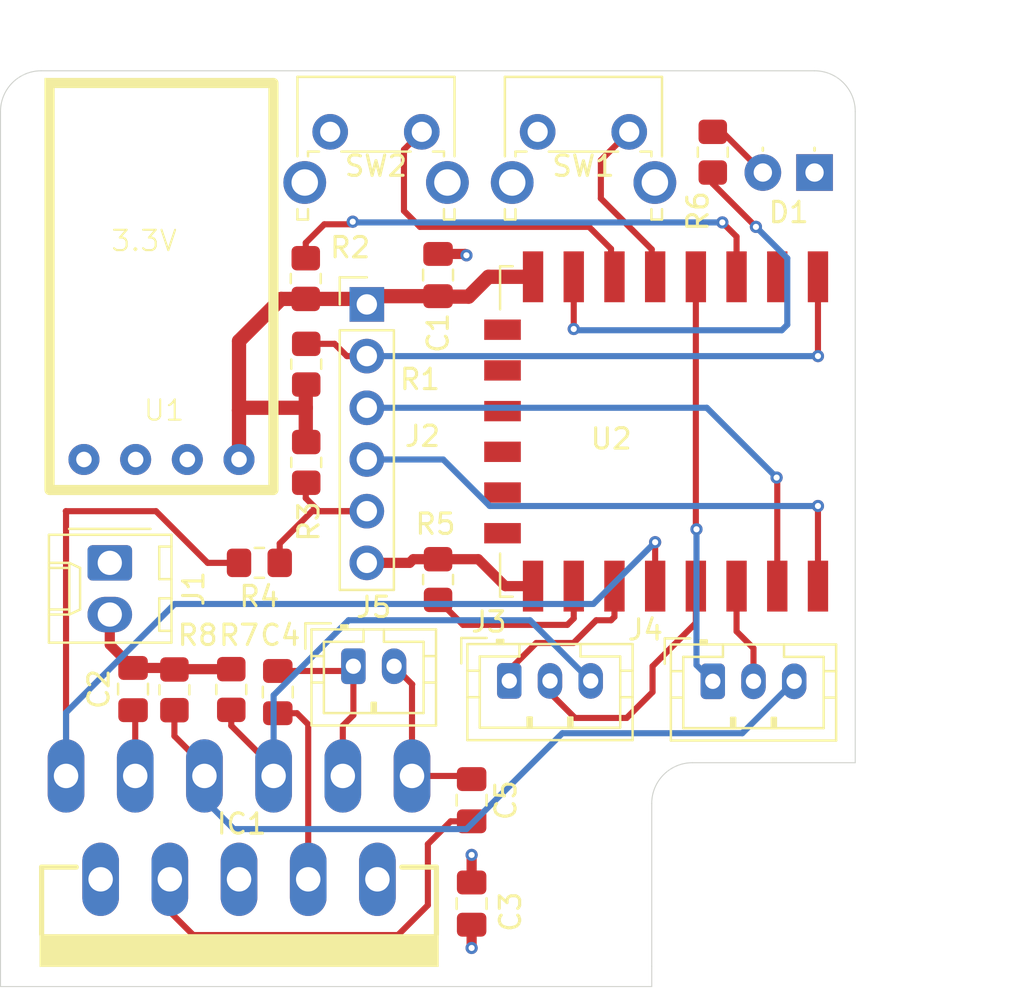
<source format=kicad_pcb>
(kicad_pcb (version 20221018) (generator pcbnew)
  (layers (0 "F.Cu" signal) (1 "In1.Cu" signal) (2 "In2.Cu" signal) (31 "B.Cu" mixed) (35 "F.Paste" user) (36 "B.SilkS" user "B.Silkscreen") (37 "F.SilkS" user "F.Silkscreen") (38 "B.Mask" user) (39 "F.Mask" user) (44 "Edge.Cuts" user))
  (net 0 "")
  (net 1 "/DTR")
  (net 2 "Net-(IC1-ENABLE)")
  (net 3 "Net-(IC1-IN1)")
  (net 4 "GND")
  (net 5 "Net-(IC1-IN2)")
  (net 6 "Net-(D1-A)")
  (net 7 "Net-(U2-EN)")
  (net 8 "/3V3")
  (net 9 "Net-(U2-GPIO15)")
  (net 10 "/RTS")
  (net 11 "Net-(U2-GPIO13)")
  (net 12 "/~{OPEN}")
  (net 13 "Net-(U2-GPIO14)")
  (net 14 "Net-(U2-GPIO12)")
  (net 21 "/~{CLOSED}")
  (net 22 "/GO DOWN")
  (net 23 "/GO UP")
  (net 24 "/TXD")
  (net 25 "/RXD")
  (net 26 "Net-(IC1-OUT2)")
  (net 28 "Net-(IC1-OUT1)")
  (net 30 "/12V")
  (net 31 "Net-(IC1-CBOOT2)")
  (net 32 "Net-(IC1-VREF)")
  (net 33 "Net-(IC1-CBOOT1)")
  (footprint "Button_Switch_THT:SW_Tactile_SPST_Angled_PTS645Vx39-2LFS" (layer "F.Cu") (at 50.2 22)
    (fp_text reference "SW2" (at 2.25 1.68) (layer "F.SilkS"))
    (fp_text value "DOWN")
    (fp_line (start -1.61 -2.7) (end -1.61 1.2) (stroke (width 0.12)) (layer "F.SilkS"))
    (fp_line (start -1.61 -2.7) (end 6.11 -2.7) (stroke (width 0.12)) (layer "F.SilkS"))
    (fp_line (start -1.61 3.8) (end -1.61 4.31) (stroke (width 0.12)) (layer "F.SilkS"))
    (fp_line (start -1.61 4.31) (end -1.09 4.31) (stroke (width 0.12)) (layer "F.SilkS"))
    (fp_line (start -1.09 0.97) (end -1.09 1.2) (stroke (width 0.12)) (layer "F.SilkS"))
    (fp_line (start -1.09 0.97) (end -0.55 0.97) (stroke (width 0.12)) (layer "F.SilkS"))
    (fp_line (start -1.09 3.8) (end -1.09 4.31) (stroke (width 0.12)) (layer "F.SilkS"))
    (fp_line (start 0.55 0.97) (end 3.95 0.97) (stroke (width 0.12)) (layer "F.SilkS"))
    (fp_line (start 5.05 0.97) (end 5.59 0.97) (stroke (width 0.12)) (layer "F.SilkS"))
    (fp_line (start 5.59 0.97) (end 5.59 1.2) (stroke (width 0.12)) (layer "F.SilkS"))
    (fp_line (start 5.59 3.8) (end 5.59 4.31) (stroke (width 0.12)) (layer "F.SilkS"))
    (fp_line (start 5.59 4.31) (end 6.11 4.31) (stroke (width 0.12)) (layer "F.SilkS"))
    (fp_line (start 6.11 -2.7) (end 6.11 1.2) (stroke (width 0.12)) (layer "F.SilkS"))
    (fp_line (start 6.11 3.8) (end 6.11 4.31) (stroke (width 0.12)) (layer "F.SilkS"))
    (pad "" thru_hole circle (at -1.25 2.49) (size 2.1 2.1) (drill 1.3) (layers "*.Cu" "*.Mask"))
    (pad "" thru_hole circle (at 5.76 2.49) (size 2.1 2.1) (drill 1.3) (layers "*.Cu" "*.Mask"))
    (pad "1" thru_hole circle (at 0 0) (size 1.75 1.75) (drill 0.99) (layers "*.Cu" "*.Mask") (net 4 "GND"))
    (pad "2" thru_hole circle (at 4.5 0) (size 1.75 1.75) (drill 0.99) (layers "*.Cu" "*.Mask") (net 14 "Net-(U2-GPIO12)"))
  )
  (footprint "Resistor_SMD:R_0805_2012Metric_Pad1.20x1.40mm_HandSolder" (layer "F.Cu") (at 42.545 49.419 90)
    (fp_text reference "R8" (at 2.683 1.143 180) (layer "F.SilkS"))
    (fp_text value "1K")
    (fp_line (start -0.227064 -0.735) (end 0.227064 -0.735) (stroke (width 0.12)) (layer "F.SilkS"))
    (fp_line (start -0.227064 0.735) (end 0.227064 0.735) (stroke (width 0.12)) (layer "F.SilkS"))
    (pad "1" smd roundrect (at -1 0 90) (size 1.2 1.4) (layers "F.Cu" "F.Paste" "F.Mask") (roundrect_rratio 0.2083333333) (net 5 "Net-(IC1-IN2)"))
    (pad "2" smd roundrect (at 1 0 90) (size 1.2 1.4) (layers "F.Cu" "F.Paste" "F.Mask") (roundrect_rratio 0.2083333333) (net 4 "GND"))
  )
  (footprint "Capacitor_SMD:C_0805_2012Metric_Pad1.18x1.45mm_HandSolder" (layer "F.Cu") (at 57.15 54.8425 -90)
    (fp_text reference "C5" (at 0 -1.68 90) (layer "F.SilkS"))
    (fp_text value "15n")
    (fp_line (start -0.261252 -0.735) (end 0.261252 -0.735) (stroke (width 0.12)) (layer "F.SilkS"))
    (fp_line (start -0.261252 0.735) (end 0.261252 0.735) (stroke (width 0.12)) (layer "F.SilkS"))
    (pad "1" smd roundrect (at -1.0375 0 270) (size 1.175 1.45) (layers "F.Cu" "F.Paste" "F.Mask") (roundrect_rratio 0.2127659574) (net 26 "Net-(IC1-OUT2)"))
    (pad "2" smd roundrect (at 1.0375 0 270) (size 1.175 1.45) (layers "F.Cu" "F.Paste" "F.Mask") (roundrect_rratio 0.2127659574) (net 31 "Net-(IC1-CBOOT2)"))
  )
  (footprint "Connector_JST:JST_PH_B3B-PH-K_1x03_P2.00mm_Vertical" (layer "F.Cu") (at 59 48.98)
    (fp_text reference "J3" (at -1 -2.9) (layer "F.SilkS"))
    (fp_text value "DOWN LIMIT")
    (fp_line (start -2.36 -2.11) (end -2.36 -0.86) (stroke (width 0.12)) (layer "F.SilkS"))
    (fp_line (start -2.06 -1.81) (end -2.06 2.91) (stroke (width 0.12)) (layer "F.SilkS"))
    (fp_line (start -2.06 -0.5) (end -1.45 -0.5) (stroke (width 0.12)) (layer "F.SilkS"))
    (fp_line (start -2.06 0.8) (end -1.45 0.8) (stroke (width 0.12)) (layer "F.SilkS"))
    (fp_line (start -2.06 2.91) (end 6.06 2.91) (stroke (width 0.12)) (layer "F.SilkS"))
    (fp_line (start -1.45 -1.2) (end -1.45 2.3) (stroke (width 0.12)) (layer "F.SilkS"))
    (fp_line (start -1.45 2.3) (end 5.45 2.3) (stroke (width 0.12)) (layer "F.SilkS"))
    (fp_line (start -1.11 -2.11) (end -2.36 -2.11) (stroke (width 0.12)) (layer "F.SilkS"))
    (fp_line (start -0.6 -2.01) (end -0.6 -1.81) (stroke (width 0.12)) (layer "F.SilkS"))
    (fp_line (start -0.3 -2.01) (end -0.6 -2.01) (stroke (width 0.12)) (layer "F.SilkS"))
    (fp_line (start -0.3 -1.91) (end -0.6 -1.91) (stroke (width 0.12)) (layer "F.SilkS"))
    (fp_line (start -0.3 -1.81) (end -0.3 -2.01) (stroke (width 0.12)) (layer "F.SilkS"))
    (fp_line (start 0.5 -1.81) (end 0.5 -1.2) (stroke (width 0.12)) (layer "F.SilkS"))
    (fp_line (start 0.5 -1.2) (end -1.45 -1.2) (stroke (width 0.12)) (layer "F.SilkS"))
    (fp_line (start 0.9 1.8) (end 1.1 1.8) (stroke (width 0.12)) (layer "F.SilkS"))
    (fp_line (start 0.9 2.3) (end 0.9 1.8) (stroke (width 0.12)) (layer "F.SilkS"))
    (fp_line (start 1 2.3) (end 1 1.8) (stroke (width 0.12)) (layer "F.SilkS"))
    (fp_line (start 1.1 1.8) (end 1.1 2.3) (stroke (width 0.12)) (layer "F.SilkS"))
    (fp_line (start 2.9 1.8) (end 3.1 1.8) (stroke (width 0.12)) (layer "F.SilkS"))
    (fp_line (start 2.9 2.3) (end 2.9 1.8) (stroke (width 0.12)) (layer "F.SilkS"))
    (fp_line (start 3 2.3) (end 3 1.8) (stroke (width 0.12)) (layer "F.SilkS"))
    (fp_line (start 3.1 1.8) (end 3.1 2.3) (stroke (width 0.12)) (layer "F.SilkS"))
    (fp_line (start 3.5 -1.2) (end 3.5 -1.81) (stroke (width 0.12)) (layer "F.SilkS"))
    (fp_line (start 5.45 -1.2) (end 3.5 -1.2) (stroke (width 0.12)) (layer "F.SilkS"))
    (fp_line (start 5.45 2.3) (end 5.45 -1.2) (stroke (width 0.12)) (layer "F.SilkS"))
    (fp_line (start 6.06 -1.81) (end -2.06 -1.81) (stroke (width 0.12)) (layer "F.SilkS"))
    (fp_line (start 6.06 -0.5) (end 5.45 -0.5) (stroke (width 0.12)) (layer "F.SilkS"))
    (fp_line (start 6.06 0.8) (end 5.45 0.8) (stroke (width 0.12)) (layer "F.SilkS"))
    (fp_line (start 6.06 2.91) (end 6.06 -1.81) (stroke (width 0.12)) (layer "F.SilkS"))
    (pad "1" thru_hole roundrect (at 0 0) (size 1.2 1.75) (drill 0.75) (layers "*.Cu" "*.Mask") (roundrect_rratio 0.2083333333) (net 21 "/~{CLOSED}"))
    (pad "2" thru_hole oval (at 2 0) (size 1.2 1.75) (drill 0.75) (layers "*.Cu" "*.Mask") (net 22 "/GO DOWN"))
    (pad "3" thru_hole oval (at 4 0) (size 1.2 1.75) (drill 0.75) (layers "*.Cu" "*.Mask") (net 3 "Net-(IC1-IN1)"))
  )
  (footprint "Resistor_SMD:R_0805_2012Metric_Pad1.20x1.40mm_HandSolder" (layer "F.Cu") (at 49.022 33.417 90)
    (fp_text reference "R1" (at -0.746 5.588 180) (layer "F.SilkS"))
    (fp_text value "10K")
    (fp_line (start -0.227064 -0.735) (end 0.227064 -0.735) (stroke (width 0.12)) (layer "F.SilkS"))
    (fp_line (start -0.227064 0.735) (end 0.227064 0.735) (stroke (width 0.12)) (layer "F.SilkS"))
    (pad "1" smd roundrect (at -1 0 90) (size 1.2 1.4) (layers "F.Cu" "F.Paste" "F.Mask") (roundrect_rratio 0.2083333333) (net 8 "/3V3"))
    (pad "2" smd roundrect (at 1 0 90) (size 1.2 1.4) (layers "F.Cu" "F.Paste" "F.Mask") (roundrect_rratio 0.2083333333) (net 10 "/RTS"))
  )
  (footprint "Connector_PinHeader_2.54mm:PinHeader_1x06_P2.54mm_Vertical" (layer "F.Cu") (at 52 30.48)
    (fp_text reference "J2" (at 2.737 6.477) (layer "F.SilkS"))
    (fp_text value "PGM")
    (fp_line (start -1.33 -1.33) (end 0 -1.33) (stroke (width 0.12)) (layer "F.SilkS"))
    (fp_line (start -1.33 0) (end -1.33 -1.33) (stroke (width 0.12)) (layer "F.SilkS"))
    (fp_line (start -1.33 1.27) (end -1.33 14.03) (stroke (width 0.12)) (layer "F.SilkS"))
    (fp_line (start -1.33 1.27) (end 1.33 1.27) (stroke (width 0.12)) (layer "F.SilkS"))
    (fp_line (start -1.33 14.03) (end 1.33 14.03) (stroke (width 0.12)) (layer "F.SilkS"))
    (fp_line (start 1.33 1.27) (end 1.33 14.03) (stroke (width 0.12)) (layer "F.SilkS"))
    (pad "1" thru_hole rect (at 0 0) (size 1.7 1.7) (drill 1) (layers "*.Cu" "*.Mask") (net 8 "/3V3"))
    (pad "2" thru_hole oval (at 0 2.54) (size 1.7 1.7) (drill 1) (layers "*.Cu" "*.Mask") (net 10 "/RTS"))
    (pad "3" thru_hole oval (at 0 5.08) (size 1.7 1.7) (drill 1) (layers "*.Cu" "*.Mask") (net 24 "/TXD"))
    (pad "4" thru_hole oval (at 0 7.62) (size 1.7 1.7) (drill 1) (layers "*.Cu" "*.Mask") (net 25 "/RXD"))
    (pad "5" thru_hole oval (at 0 10.16) (size 1.7 1.7) (drill 1) (layers "*.Cu" "*.Mask") (net 1 "/DTR"))
    (pad "6" thru_hole oval (at 0 12.7) (size 1.7 1.7) (drill 1) (layers "*.Cu" "*.Mask") (net 4 "GND"))
  )
  (footprint "Capacitor_SMD:C_0805_2012Metric_Pad1.18x1.45mm_HandSolder" (layer "F.Cu") (at 40.513 49.3815 90)
    (fp_text reference "C2" (at 0 -1.68 90) (layer "F.SilkS"))
    (fp_text value "220n")
    (fp_line (start -0.261252 -0.735) (end 0.261252 -0.735) (stroke (width 0.12)) (layer "F.SilkS"))
    (fp_line (start -0.261252 0.735) (end 0.261252 0.735) (stroke (width 0.12)) (layer "F.SilkS"))
    (pad "1" smd roundrect (at -1.0375 0 90) (size 1.175 1.45) (layers "F.Cu" "F.Paste" "F.Mask") (roundrect_rratio 0.2127659574) (net 32 "Net-(IC1-VREF)"))
    (pad "2" smd roundrect (at 1.0375 0 90) (size 1.175 1.45) (layers "F.Cu" "F.Paste" "F.Mask") (roundrect_rratio 0.2127659574) (net 4 "GND"))
  )
  (footprint "Connector_JST:JST_PH_B3B-PH-K_1x03_P2.00mm_Vertical" (layer "F.Cu") (at 69 49)
    (fp_text reference "J4" (at -3.312892 -2.530935) (layer "F.SilkS"))
    (fp_text value "UP LIMIT")
    (fp_line (start -2.36 -2.11) (end -2.36 -0.86) (stroke (width 0.12)) (layer "F.SilkS"))
    (fp_line (start -2.06 -1.81) (end -2.06 2.91) (stroke (width 0.12)) (layer "F.SilkS"))
    (fp_line (start -2.06 -0.5) (end -1.45 -0.5) (stroke (width 0.12)) (layer "F.SilkS"))
    (fp_line (start -2.06 0.8) (end -1.45 0.8) (stroke (width 0.12)) (layer "F.SilkS"))
    (fp_line (start -2.06 2.91) (end 6.06 2.91) (stroke (width 0.12)) (layer "F.SilkS"))
    (fp_line (start -1.45 -1.2) (end -1.45 2.3) (stroke (width 0.12)) (layer "F.SilkS"))
    (fp_line (start -1.45 2.3) (end 5.45 2.3) (stroke (width 0.12)) (layer "F.SilkS"))
    (fp_line (start -1.11 -2.11) (end -2.36 -2.11) (stroke (width 0.12)) (layer "F.SilkS"))
    (fp_line (start -0.6 -2.01) (end -0.6 -1.81) (stroke (width 0.12)) (layer "F.SilkS"))
    (fp_line (start -0.3 -2.01) (end -0.6 -2.01) (stroke (width 0.12)) (layer "F.SilkS"))
    (fp_line (start -0.3 -1.91) (end -0.6 -1.91) (stroke (width 0.12)) (layer "F.SilkS"))
    (fp_line (start -0.3 -1.81) (end -0.3 -2.01) (stroke (width 0.12)) (layer "F.SilkS"))
    (fp_line (start 0.5 -1.81) (end 0.5 -1.2) (stroke (width 0.12)) (layer "F.SilkS"))
    (fp_line (start 0.5 -1.2) (end -1.45 -1.2) (stroke (width 0.12)) (layer "F.SilkS"))
    (fp_line (start 0.9 1.8) (end 1.1 1.8) (stroke (width 0.12)) (layer "F.SilkS"))
    (fp_line (start 0.9 2.3) (end 0.9 1.8) (stroke (width 0.12)) (layer "F.SilkS"))
    (fp_line (start 1 2.3) (end 1 1.8) (stroke (width 0.12)) (layer "F.SilkS"))
    (fp_line (start 1.1 1.8) (end 1.1 2.3) (stroke (width 0.12)) (layer "F.SilkS"))
    (fp_line (start 2.9 1.8) (end 3.1 1.8) (stroke (width 0.12)) (layer "F.SilkS"))
    (fp_line (start 2.9 2.3) (end 2.9 1.8) (stroke (width 0.12)) (layer "F.SilkS"))
    (fp_line (start 3 2.3) (end 3 1.8) (stroke (width 0.12)) (layer "F.SilkS"))
    (fp_line (start 3.1 1.8) (end 3.1 2.3) (stroke (width 0.12)) (layer "F.SilkS"))
    (fp_line (start 3.5 -1.2) (end 3.5 -1.81) (stroke (width 0.12)) (layer "F.SilkS"))
    (fp_line (start 5.45 -1.2) (end 3.5 -1.2) (stroke (width 0.12)) (layer "F.SilkS"))
    (fp_line (start 5.45 2.3) (end 5.45 -1.2) (stroke (width 0.12)) (layer "F.SilkS"))
    (fp_line (start 6.06 -1.81) (end -2.06 -1.81) (stroke (width 0.12)) (layer "F.SilkS"))
    (fp_line (start 6.06 -0.5) (end 5.45 -0.5) (stroke (width 0.12)) (layer "F.SilkS"))
    (fp_line (start 6.06 0.8) (end 5.45 0.8) (stroke (width 0.12)) (layer "F.SilkS"))
    (fp_line (start 6.06 2.91) (end 6.06 -1.81) (stroke (width 0.12)) (layer "F.SilkS"))
    (pad "1" thru_hole roundrect (at 0 0) (size 1.2 1.75) (drill 0.75) (layers "*.Cu" "*.Mask") (roundrect_rratio 0.2083333333) (net 12 "/~{OPEN}"))
    (pad "2" thru_hole oval (at 2 0) (size 1.2 1.75) (drill 0.75) (layers "*.Cu" "*.Mask") (net 23 "/GO UP"))
    (pad "3" thru_hole oval (at 4 0) (size 1.2 1.75) (drill 0.75) (layers "*.Cu" "*.Mask") (net 5 "Net-(IC1-IN2)"))
  )
  (footprint "LED_THT:LED_D3.0mm_Horizontal_O1.27mm_Z2.0mm" (layer "F.Cu") (at 74 24 180)
    (fp_text reference "D1" (at 1.27 -1.96) (layer "F.SilkS"))
    (fp_text value "green")
    (fp_line (start 0 1.08) (end 0 1.08) (stroke (width 0.12)) (layer "F.SilkS"))
    (fp_line (start 0 1.08) (end 0 1.21) (stroke (width 0.12)) (layer "F.SilkS"))
    (fp_line (start 0 1.21) (end 0 1.08) (stroke (width 0.12)) (layer "F.SilkS"))
    (fp_line (start 0 1.21) (end 0 1.21) (stroke (width 0.12)) (layer "F.SilkS"))
    (fp_line (start 2.54 1.08) (end 2.54 1.08) (stroke (width 0.12)) (layer "F.SilkS"))
    (fp_line (start 2.54 1.08) (end 2.54 1.21) (stroke (width 0.12)) (layer "F.SilkS"))
    (fp_line (start 2.54 1.21) (end 2.54 1.08) (stroke (width 0.12)) (layer "F.SilkS"))
    (fp_line (start 2.54 1.21) (end 2.54 1.21) (stroke (width 0.12)) (layer "F.SilkS"))
    (pad "1" thru_hole rect (at 0 0 180) (size 1.8 1.8) (drill 0.9) (layers "*.Cu" "*.Mask") (net 4 "GND"))
    (pad "2" thru_hole circle (at 2.54 0 180) (size 1.8 1.8) (drill 0.9) (layers "*.Cu" "*.Mask") (net 6 "Net-(D1-A)"))
  )
  (footprint "Connector_Molex:Molex_KK-254_AE-6410-02A_1x02_P2.54mm_Vertical" (layer "F.Cu") (at 39.37 43.18 -90)
    (fp_text reference "J1" (at 1.27 -4.12 90) (layer "F.SilkS"))
    (fp_text value "PWR")
    (fp_line (start -1.67 -2) (end -1.67 2) (stroke (width 0.12)) (layer "F.SilkS"))
    (fp_line (start -1.38 -3.03) (end -1.38 2.99) (stroke (width 0.12)) (layer "F.SilkS"))
    (fp_line (start -1.38 2.99) (end 3.92 2.99) (stroke (width 0.12)) (layer "F.SilkS"))
    (fp_line (start -0.8 -3.03) (end -0.8 -2.43) (stroke (width 0.12)) (layer "F.SilkS"))
    (fp_line (start -0.8 -2.43) (end 0.8 -2.43) (stroke (width 0.12)) (layer "F.SilkS"))
    (fp_line (start 0 1.99) (end 0.25 1.46) (stroke (width 0.12)) (layer "F.SilkS"))
    (fp_line (start 0 1.99) (end 2.54 1.99) (stroke (width 0.12)) (layer "F.SilkS"))
    (fp_line (start 0 2.99) (end 0 1.99) (stroke (width 0.12)) (layer "F.SilkS"))
    (fp_line (start 0.25 1.46) (end 2.29 1.46) (stroke (width 0.12)) (layer "F.SilkS"))
    (fp_line (start 0.25 2.99) (end 0.25 1.99) (stroke (width 0.12)) (layer "F.SilkS"))
    (fp_line (start 0.8 -2.43) (end 0.8 -3.03) (stroke (width 0.12)) (layer "F.SilkS"))
    (fp_line (start 1.74 -3.03) (end 1.74 -2.43) (stroke (width 0.12)) (layer "F.SilkS"))
    (fp_line (start 1.74 -2.43) (end 3.34 -2.43) (stroke (width 0.12)) (layer "F.SilkS"))
    (fp_line (start 2.29 1.46) (end 2.54 1.99) (stroke (width 0.12)) (layer "F.SilkS"))
    (fp_line (start 2.29 2.99) (end 2.29 1.99) (stroke (width 0.12)) (layer "F.SilkS"))
    (fp_line (start 2.54 1.99) (end 2.54 2.99) (stroke (width 0.12)) (layer "F.SilkS"))
    (fp_line (start 3.34 -2.43) (end 3.34 -3.03) (stroke (width 0.12)) (layer "F.SilkS"))
    (fp_line (start 3.92 -3.03) (end -1.38 -3.03) (stroke (width 0.12)) (layer "F.SilkS"))
    (fp_line (start 3.92 2.99) (end 3.92 -3.03) (stroke (width 0.12)) (layer "F.SilkS"))
    (pad "1" thru_hole roundrect (at 0 0 270) (size 1.74 2.19) (drill 1.19) (layers "*.Cu" "*.Mask") (roundrect_rratio 0.1436781609) (net 30 "/12V"))
    (pad "2" thru_hole oval (at 2.54 0 270) (size 1.74 2.19) (drill 1.19) (layers "*.Cu" "*.Mask") (net 4 "GND"))
  )
  (footprint "Resistor_SMD:R_0805_2012Metric_Pad1.20x1.40mm_HandSolder" (layer "F.Cu") (at 49.022 38.243 -90)
    (fp_text reference "R3" (at 2.905 -0.127 90) (layer "F.SilkS"))
    (fp_text value "10K")
    (fp_line (start -0.227064 -0.735) (end 0.227064 -0.735) (stroke (width 0.12)) (layer "F.SilkS"))
    (fp_line (start -0.227064 0.735) (end 0.227064 0.735) (stroke (width 0.12)) (layer "F.SilkS"))
    (pad "1" smd roundrect (at -1 0 270) (size 1.2 1.4) (layers "F.Cu" "F.Paste" "F.Mask") (roundrect_rratio 0.2083333333) (net 8 "/3V3"))
    (pad "2" smd roundrect (at 1 0 270) (size 1.2 1.4) (layers "F.Cu" "F.Paste" "F.Mask") (roundrect_rratio 0.2083333333) (net 1 "/DTR"))
  )
  (footprint "RF_Module:ESP-12E" (layer "F.Cu") (at 70.668 36.723 -90)
    (fp_text reference "U2" (at 0.361 6.66 -180) (layer "F.SilkS"))
    (fp_text value "ESP-12F")
    (fp_line (start -8.12 12.12) (end -8.12 11.5) (stroke (width 0.12)) (layer "F.SilkS"))
    (fp_line (start -6 12.12) (end -8.12 12.12) (stroke (width 0.12)) (layer "F.SilkS"))
    (fp_line (start 8.12 11.5) (end 8.12 12.12) (stroke (width 0.12)) (layer "F.SilkS"))
    (fp_line (start 8.12 12.12) (end 6 12.12) (stroke (width 0.12)) (layer "F.SilkS"))
    (pad "1" smd rect (at -7.6 -3.5 270) (size 2.5 1) (layers "F.Cu" "F.Paste" "F.Mask") (net 10 "/RTS"))
    (pad "2" smd rect (at -7.6 -1.5 270) (size 2.5 1) (layers "F.Cu" "F.Paste" "F.Mask"))
    (pad "3" smd rect (at -7.6 0.5 270) (size 2.5 1) (layers "F.Cu" "F.Paste" "F.Mask") (net 7 "Net-(U2-EN)"))
    (pad "4" smd rect (at -7.6 2.5 270) (size 2.5 1) (layers "F.Cu" "F.Paste" "F.Mask") (net 12 "/~{OPEN}"))
    (pad "5" smd rect (at -7.6 4.5 270) (size 2.5 1) (layers "F.Cu" "F.Paste" "F.Mask") (net 13 "Net-(U2-GPIO14)"))
    (pad "6" smd rect (at -7.6 6.5 270) (size 2.5 1) (layers "F.Cu" "F.Paste" "F.Mask") (net 14 "Net-(U2-GPIO12)"))
    (pad "7" smd rect (at -7.6 8.5 270) (size 2.5 1) (layers "F.Cu" "F.Paste" "F.Mask") (net 11 "Net-(U2-GPIO13)"))
    (pad "8" smd rect (at -7.6 10.5 270) (size 2.5 1) (layers "F.Cu" "F.Paste" "F.Mask") (net 8 "/3V3"))
    (pad "9" smd rect (at -5 12 270) (size 1 1.8) (layers "F.Cu" "F.Paste" "F.Mask"))
    (pad "10" smd rect (at -3 12 270) (size 1 1.8) (layers "F.Cu" "F.Paste" "F.Mask"))
    (pad "11" smd rect (at -1 12 270) (size 1 1.8) (layers "F.Cu" "F.Paste" "F.Mask"))
    (pad "12" smd rect (at 1 12 270) (size 1 1.8) (layers "F.Cu" "F.Paste" "F.Mask"))
    (pad "13" smd rect (at 3 12 270) (size 1 1.8) (layers "F.Cu" "F.Paste" "F.Mask"))
    (pad "14" smd rect (at 5 12 270) (size 1 1.8) (layers "F.Cu" "F.Paste" "F.Mask"))
    (pad "15" smd rect (at 7.6 10.5 270) (size 2.5 1) (layers "F.Cu" "F.Paste" "F.Mask") (net 4 "GND"))
    (pad "16" smd rect (at 7.6 8.5 270) (size 2.5 1) (layers "F.Cu" "F.Paste" "F.Mask") (net 9 "Net-(U2-GPIO15)"))
    (pad "17" smd rect (at 7.6 6.5 270) (size 2.5 1) (layers "F.Cu" "F.Paste" "F.Mask") (net 21 "/~{CLOSED}"))
    (pad "18" smd rect (at 7.6 4.5 270) (size 2.5 1) (layers "F.Cu" "F.Paste" "F.Mask") (net 2 "Net-(IC1-ENABLE)"))
    (pad "19" smd rect (at 7.6 2.5 270) (size 2.5 1) (layers "F.Cu" "F.Paste" "F.Mask") (net 22 "/GO DOWN"))
    (pad "20" smd rect (at 7.6 0.5 270) (size 2.5 1) (layers "F.Cu" "F.Paste" "F.Mask") (net 23 "/GO UP"))
    (pad "21" smd rect (at 7.6 -1.5 270) (size 2.5 1) (layers "F.Cu" "F.Paste" "F.Mask") (net 24 "/TXD"))
    (pad "22" smd rect (at 7.6 -3.5 270) (size 2.5 1) (layers "F.Cu" "F.Paste" "F.Mask") (net 25 "/RXD"))
  )
  (footprint "NopHead:TinyBuck" (layer "F.Cu") (at 41.91 38.1)
    (fp_text reference "U1" (at 0.127 -2.413 unlocked) (layer "F.SilkS") (effects (font (thickness 0.1))))
    (fp_text value "3.3V")
    (fp_text user "${VALUE}" (at -2.54 -10.16 unlocked) (layer "F.SilkS") (effects (font (thickness 0.1)) (justify left bottom)))
    (fp_rect (start -5.5 -18.5) (end 5.5 1.5) (stroke (width 0.5)) (fill none) (layer "F.SilkS"))
    (pad "1" thru_hole circle (at -3.81 0) (size 1.524 1.524) (drill 0.762) (layers "*.Cu" "*.Mask"))
    (pad "2" thru_hole circle (at -1.27 0) (size 1.524 1.524) (drill 0.762) (layers "*.Cu" "*.Mask") (net 30 "/12V"))
    (pad "3" thru_hole circle (at 1.27 0) (size 1.524 1.524) (drill 0.762) (layers "*.Cu" "*.Mask") (net 4 "GND"))
    (pad "4" thru_hole circle (at 3.81 0) (size 1.524 1.524) (drill 0.762) (layers "*.Cu" "*.Mask") (net 8 "/3V3"))
  )
  (footprint "Capacitor_SMD:C_0805_2012Metric_Pad1.18x1.45mm_HandSolder" (layer "F.Cu") (at 55.5 29.0375 90)
    (fp_text reference "C1" (at -2.8395 -0.001 90) (layer "F.SilkS"))
    (fp_text value "100n")
    (fp_line (start -0.261252 -0.735) (end 0.261252 -0.735) (stroke (width 0.12)) (layer "F.SilkS"))
    (fp_line (start -0.261252 0.735) (end 0.261252 0.735) (stroke (width 0.12)) (layer "F.SilkS"))
    (pad "1" smd roundrect (at -1.0375 0 90) (size 1.175 1.45) (layers "F.Cu" "F.Paste" "F.Mask") (roundrect_rratio 0.2127659574) (net 8 "/3V3"))
    (pad "2" smd roundrect (at 1.0375 0 90) (size 1.175 1.45) (layers "F.Cu" "F.Paste" "F.Mask") (roundrect_rratio 0.2127659574) (net 4 "GND"))
  )
  (footprint "Connector_JST:JST_PH_B2B-PH-K_1x02_P2.00mm_Vertical" (layer "F.Cu") (at 51.34 48.26)
    (fp_text reference "J5" (at 1 -2.9) (layer "F.SilkS"))
    (fp_text value "MOT")
    (fp_line (start -2.36 -2.11) (end -2.36 -0.86) (stroke (width 0.12)) (layer "F.SilkS"))
    (fp_line (start -2.06 -1.81) (end -2.06 2.91) (stroke (width 0.12)) (layer "F.SilkS"))
    (fp_line (start -2.06 -0.5) (end -1.45 -0.5) (stroke (width 0.12)) (layer "F.SilkS"))
    (fp_line (start -2.06 0.8) (end -1.45 0.8) (stroke (width 0.12)) (layer "F.SilkS"))
    (fp_line (start -2.06 2.91) (end 4.06 2.91) (stroke (width 0.12)) (layer "F.SilkS"))
    (fp_line (start -1.45 -1.2) (end -1.45 2.3) (stroke (width 0.12)) (layer "F.SilkS"))
    (fp_line (start -1.45 2.3) (end 3.45 2.3) (stroke (width 0.12)) (layer "F.SilkS"))
    (fp_line (start -1.11 -2.11) (end -2.36 -2.11) (stroke (width 0.12)) (layer "F.SilkS"))
    (fp_line (start -0.6 -2.01) (end -0.6 -1.81) (stroke (width 0.12)) (layer "F.SilkS"))
    (fp_line (start -0.3 -2.01) (end -0.6 -2.01) (stroke (width 0.12)) (layer "F.SilkS"))
    (fp_line (start -0.3 -1.91) (end -0.6 -1.91) (stroke (width 0.12)) (layer "F.SilkS"))
    (fp_line (start -0.3 -1.81) (end -0.3 -2.01) (stroke (width 0.12)) (layer "F.SilkS"))
    (fp_line (start 0.5 -1.81) (end 0.5 -1.2) (stroke (width 0.12)) (layer "F.SilkS"))
    (fp_line (start 0.5 -1.2) (end -1.45 -1.2) (stroke (width 0.12)) (layer "F.SilkS"))
    (fp_line (start 0.9 1.8) (end 1.1 1.8) (stroke (width 0.12)) (layer "F.SilkS"))
    (fp_line (start 0.9 2.3) (end 0.9 1.8) (stroke (width 0.12)) (layer "F.SilkS"))
    (fp_line (start 1 2.3) (end 1 1.8) (stroke (width 0.12)) (layer "F.SilkS"))
    (fp_line (start 1.1 1.8) (end 1.1 2.3) (stroke (width 0.12)) (layer "F.SilkS"))
    (fp_line (start 1.5 -1.2) (end 1.5 -1.81) (stroke (width 0.12)) (layer "F.SilkS"))
    (fp_line (start 3.45 -1.2) (end 1.5 -1.2) (stroke (width 0.12)) (layer "F.SilkS"))
    (fp_line (start 3.45 2.3) (end 3.45 -1.2) (stroke (width 0.12)) (layer "F.SilkS"))
    (fp_line (start 4.06 -1.81) (end -2.06 -1.81) (stroke (width 0.12)) (layer "F.SilkS"))
    (fp_line (start 4.06 -0.5) (end 3.45 -0.5) (stroke (width 0.12)) (layer "F.SilkS"))
    (fp_line (start 4.06 0.8) (end 3.45 0.8) (stroke (width 0.12)) (layer "F.SilkS"))
    (fp_line (start 4.06 2.91) (end 4.06 -1.81) (stroke (width 0.12)) (layer "F.SilkS"))
    (pad "1" thru_hole roundrect (at 0 0) (size 1.2 1.75) (drill 0.75) (layers "*.Cu" "*.Mask") (roundrect_rratio 0.2083333333) (net 28 "Net-(IC1-OUT1)"))
    (pad "2" thru_hole oval (at 2 0) (size 1.2 1.75) (drill 0.75) (layers "*.Cu" "*.Mask") (net 26 "Net-(IC1-OUT2)"))
  )
  (footprint "MountingHole:MountingHole_3.2mm_M3" (layer "F.Cu") (at 62 56)
    (fp_text reference "REF**" hide)
    (fp_text value "MountingHole_3.2mm_M3" hide)
    (pad "" np_thru_hole circle (at 0 0) (size 3.2 3.2) (drill 3.2) (layers "*.Cu" "*.Mask"))
  )
  (footprint "Resistor_SMD:R_0805_2012Metric_Pad1.20x1.40mm_HandSolder" (layer "F.Cu") (at 49 29.21 90)
    (fp_text reference "R2" (at 1.524 2.181 180) (layer "F.SilkS"))
    (fp_text value "10K")
    (fp_line (start -0.227064 -0.735) (end 0.227064 -0.735) (stroke (width 0.12)) (layer "F.SilkS"))
    (fp_line (start -0.227064 0.735) (end 0.227064 0.735) (stroke (width 0.12)) (layer "F.SilkS"))
    (pad "1" smd roundrect (at -1 0 90) (size 1.2 1.4) (layers "F.Cu" "F.Paste" "F.Mask") (roundrect_rratio 0.2083333333) (net 8 "/3V3"))
    (pad "2" smd roundrect (at 1 0 90) (size 1.2 1.4) (layers "F.Cu" "F.Paste" "F.Mask") (roundrect_rratio 0.2083333333) (net 7 "Net-(U2-EN)"))
  )
  (footprint "Capacitor_SMD:C_0805_2012Metric_Pad1.18x1.45mm_HandSolder" (layer "F.Cu") (at 47.625 49.53 90)
    (fp_text reference "C4" (at 2.794 0.127 180) (layer "F.SilkS"))
    (fp_text value "15n")
    (fp_line (start -0.261252 -0.735) (end 0.261252 -0.735) (stroke (width 0.12)) (layer "F.SilkS"))
    (fp_line (start -0.261252 0.735) (end 0.261252 0.735) (stroke (width 0.12)) (layer "F.SilkS"))
    (pad "1" smd roundrect (at -1.0375 0 90) (size 1.175 1.45) (layers "F.Cu" "F.Paste" "F.Mask") (roundrect_rratio 0.2127659574) (net 33 "Net-(IC1-CBOOT1)"))
    (pad "2" smd roundrect (at 1.0375 0 90) (size 1.175 1.45) (layers "F.Cu" "F.Paste" "F.Mask") (roundrect_rratio 0.2127659574) (net 28 "Net-(IC1-OUT1)"))
  )
  (footprint "L6203:MULTIWATT-11" (layer "F.Cu") (at 45.72 60 180)
    (fp_text reference "IC1" (at -0.127 3.993) (layer "F.SilkS") (effects (font (size 1.000386 1.000386))))
    (fp_text value "L6203")
    (fp_line (start -9.7 1.87) (end -9.7 -1.43) (stroke (width 0.254)) (layer "F.SilkS"))
    (fp_line (start -9.7 1.87) (end -8 1.87) (stroke (width 0.254)) (layer "F.SilkS"))
    (fp_line (start 8 1.87) (end 9.7 1.87) (stroke (width 0.254)) (layer "F.SilkS"))
    (fp_line (start 9.7 1.87) (end 9.7 -1.43) (stroke (width 0.254)) (layer "F.SilkS"))
    (fp_poly (pts (xy -9.80622 -3.03) (xy 9.8 -3.03) (xy 9.8 -1.43091) (xy -9.80622 -1.43091)) (stroke (width 0.01)) (fill solid) (layer "F.SilkS"))
    (pad "1" thru_hole oval (at -8.5 6.35 180) (size 1.8 3.6) (drill 1.2) (layers "*.Cu" "*.Mask") (net 26 "Net-(IC1-OUT2)"))
    (pad "2" thru_hole oval (at -6.8 1.27 180) (size 1.8 3.6) (drill 1.2) (layers "*.Cu" "*.Mask") (net 30 "/12V"))
    (pad "3" thru_hole oval (at -5.1 6.35 180) (size 1.8 3.6) (drill 1.2) (layers "*.Cu" "*.Mask") (net 28 "Net-(IC1-OUT1)"))
    (pad "4" thru_hole oval (at -3.4 1.27 180) (size 1.8 3.6) (drill 1.2) (layers "*.Cu" "*.Mask") (net 33 "Net-(IC1-CBOOT1)"))
    (pad "5" thru_hole oval (at -1.7 6.35 180) (size 1.8 3.6) (drill 1.2) (layers "*.Cu" "*.Mask") (net 3 "Net-(IC1-IN1)"))
    (pad "6" thru_hole oval (at 0 1.27 180) (size 1.8 3.6) (drill 1.2) (layers "*.Cu" "*.Mask") (net 4 "GND"))
    (pad "7" thru_hole oval (at 1.7 6.35 180) (size 1.8 3.6) (drill 1.2) (layers "*.Cu" "*.Mask") (net 5 "Net-(IC1-IN2)"))
    (pad "8" thru_hole oval (at 3.4 1.27 180) (size 1.8 3.6) (drill 1.2) (layers "*.Cu" "*.Mask") (net 31 "Net-(IC1-CBOOT2)"))
    (pad "9" thru_hole oval (at 5.1 6.35 180) (size 1.8 3.6) (drill 1.2) (layers "*.Cu" "*.Mask") (net 32 "Net-(IC1-VREF)"))
    (pad "10" thru_hole oval (at 6.8 1.27 180) (size 1.8 3.6) (drill 1.2) (layers "*.Cu" "*.Mask") (net 4 "GND"))
    (pad "11" thru_hole oval (at 8.5 6.35 180) (size 1.8 3.6) (drill 1.2) (layers "*.Cu" "*.Mask") (net 2 "Net-(IC1-ENABLE)"))
  )
  (footprint "Capacitor_SMD:C_0805_2012Metric_Pad1.18x1.45mm_HandSolder" (layer "F.Cu") (at 57.15 59.9225 -90)
    (fp_text reference "C3" (at 0.4025 -1.905 90) (layer "F.SilkS"))
    (fp_text value "100n")
    (fp_line (start -0.261252 -0.735) (end 0.261252 -0.735) (stroke (width 0.12)) (layer "F.SilkS"))
    (fp_line (start -0.261252 0.735) (end 0.261252 0.735) (stroke (width 0.12)) (layer "F.SilkS"))
    (pad "1" smd roundrect (at -1.0375 0 270) (size 1.175 1.45) (layers "F.Cu" "F.Paste" "F.Mask") (roundrect_rratio 0.2127659574) (net 30 "/12V"))
    (pad "2" smd roundrect (at 1.0375 0 270) (size 1.175 1.45) (layers "F.Cu" "F.Paste" "F.Mask") (roundrect_rratio 0.2127659574) (net 4 "GND"))
  )
  (footprint "Resistor_SMD:R_0805_2012Metric_Pad1.20x1.40mm_HandSolder" (layer "F.Cu") (at 55.5 44 90)
    (fp_text reference "R5" (at 2.725 -0.128) (layer "F.SilkS"))
    (fp_text value "10K")
    (fp_line (start -0.227064 -0.735) (end 0.227064 -0.735) (stroke (width 0.12)) (layer "F.SilkS"))
    (fp_line (start -0.227064 0.735) (end 0.227064 0.735) (stroke (width 0.12)) (layer "F.SilkS"))
    (pad "1" smd roundrect (at -1 0 90) (size 1.2 1.4) (layers "F.Cu" "F.Paste" "F.Mask") (roundrect_rratio 0.2083333333) (net 9 "Net-(U2-GPIO15)"))
    (pad "2" smd roundrect (at 1 0 90) (size 1.2 1.4) (layers "F.Cu" "F.Paste" "F.Mask") (roundrect_rratio 0.2083333333) (net 4 "GND"))
  )
  (footprint "Resistor_SMD:R_0805_2012Metric_Pad1.20x1.40mm_HandSolder" (layer "F.Cu") (at 46.72 43.18 180)
    (fp_text reference "R4" (at 0 -1.65) (layer "F.SilkS"))
    (fp_text value "10K")
    (fp_line (start -0.227064 -0.735) (end 0.227064 -0.735) (stroke (width 0.12)) (layer "F.SilkS"))
    (fp_line (start -0.227064 0.735) (end 0.227064 0.735) (stroke (width 0.12)) (layer "F.SilkS"))
    (pad "1" smd roundrect (at -1 0 180) (size 1.2 1.4) (layers "F.Cu" "F.Paste" "F.Mask") (roundrect_rratio 0.2083333333) (net 1 "/DTR"))
    (pad "2" smd roundrect (at 1 0 180) (size 1.2 1.4) (layers "F.Cu" "F.Paste" "F.Mask") (roundrect_rratio 0.2083333333) (net 2 "Net-(IC1-ENABLE)"))
  )
  (footprint "Resistor_SMD:R_0805_2012Metric_Pad1.20x1.40mm_HandSolder" (layer "F.Cu") (at 45.339 49.403 90)
    (fp_text reference "R7" (at 2.667 0.381) (layer "F.SilkS"))
    (fp_text value "1K")
    (fp_line (start -0.227064 -0.735) (end 0.227064 -0.735) (stroke (width 0.12)) (layer "F.SilkS"))
    (fp_line (start -0.227064 0.735) (end 0.227064 0.735) (stroke (width 0.12)) (layer "F.SilkS"))
    (pad "1" smd roundrect (at -1 0 90) (size 1.2 1.4) (layers "F.Cu" "F.Paste" "F.Mask") (roundrect_rratio 0.2083333333) (net 3 "Net-(IC1-IN1)"))
    (pad "2" smd roundrect (at 1 0 90) (size 1.2 1.4) (layers "F.Cu" "F.Paste" "F.Mask") (roundrect_rratio 0.2083333333) (net 4 "GND"))
  )
  (footprint "Resistor_SMD:R_0805_2012Metric_Pad1.20x1.40mm_HandSolder" (layer "F.Cu") (at 69 23 90)
    (fp_text reference "R6" (at -2.902057 -0.733411 90) (layer "F.SilkS"))
    (fp_text value "2K2")
    (fp_line (start -0.227064 -0.735) (end 0.227064 -0.735) (stroke (width 0.12)) (layer "F.SilkS"))
    (fp_line (start -0.227064 0.735) (end 0.227064 0.735) (stroke (width 0.12)) (layer "F.SilkS"))
    (pad "1" smd roundrect (at -1 0 90) (size 1.2 1.4) (layers "F.Cu" "F.Paste" "F.Mask") (roundrect_rratio 0.2083333333) (net 11 "Net-(U2-GPIO13)"))
    (pad "2" smd roundrect (at 1 0 90) (size 1.2 1.4) (layers "F.Cu" "F.Paste" "F.Mask") (roundrect_rratio 0.2083333333) (net 6 "Net-(D1-A)"))
  )
  (footprint "Button_Switch_THT:SW_Tactile_SPST_Angled_PTS645Vx39-2LFS" (layer "F.Cu") (at 60.39422 22.001721)
    (fp_text reference "SW1" (at 2.25 1.68) (layer "F.SilkS"))
    (fp_text value "UP")
    (fp_line (start -1.61 -2.7) (end -1.61 1.2) (stroke (width 0.12)) (layer "F.SilkS"))
    (fp_line (start -1.61 -2.7) (end 6.11 -2.7) (stroke (width 0.12)) (layer "F.SilkS"))
    (fp_line (start -1.61 3.8) (end -1.61 4.31) (stroke (width 0.12)) (layer "F.SilkS"))
    (fp_line (start -1.61 4.31) (end -1.09 4.31) (stroke (width 0.12)) (layer "F.SilkS"))
    (fp_line (start -1.09 0.97) (end -1.09 1.2) (stroke (width 0.12)) (layer "F.SilkS"))
    (fp_line (start -1.09 0.97) (end -0.55 0.97) (stroke (width 0.12)) (layer "F.SilkS"))
    (fp_line (start -1.09 3.8) (end -1.09 4.31) (stroke (width 0.12)) (layer "F.SilkS"))
    (fp_line (start 0.55 0.97) (end 3.95 0.97) (stroke (width 0.12)) (layer "F.SilkS"))
    (fp_line (start 5.05 0.97) (end 5.59 0.97) (stroke (width 0.12)) (layer "F.SilkS"))
    (fp_line (start 5.59 0.97) (end 5.59 1.2) (stroke (width 0.12)) (layer "F.SilkS"))
    (fp_line (start 5.59 3.8) (end 5.59 4.31) (stroke (width 0.12)) (layer "F.SilkS"))
    (fp_line (start 5.59 4.31) (end 6.11 4.31) (stroke (width 0.12)) (layer "F.SilkS"))
    (fp_line (start 6.11 -2.7) (end 6.11 1.2) (stroke (width 0.12)) (layer "F.SilkS"))
    (fp_line (start 6.11 3.8) (end 6.11 4.31) (stroke (width 0.12)) (layer "F.SilkS"))
    (pad "" thru_hole circle (at -1.25 2.49) (size 2.1 2.1) (drill 1.3) (layers "*.Cu" "*.Mask"))
    (pad "" thru_hole circle (at 5.76 2.49) (size 2.1 2.1) (drill 1.3) (layers "*.Cu" "*.Mask"))
    (pad "1" thru_hole circle (at 0 0) (size 1.75 1.75) (drill 0.99) (layers "*.Cu" "*.Mask") (net 4 "GND"))
    (pad "2" thru_hole circle (at 4.5 0) (size 1.75 1.75) (drill 0.99) (layers "*.Cu" "*.Mask") (net 13 "Net-(U2-GPIO14)"))
  )
  (gr_line (start 34 21) (end 34 64) (stroke (width 0.05)) (layer "Edge.Cuts"))
  (gr_line (start 76 53) (end 68 53) (stroke (width 0.05)) (layer "Edge.Cuts"))
  (gr_arc (start 74 19) (mid 75.414214 19.585786) (end 76 21) (stroke (width 0.05)) (layer "Edge.Cuts"))
  (gr_line (start 66 55) (end 66 63) (stroke (width 0.05)) (layer "Edge.Cuts"))
  (gr_arc (start 34 21) (mid 34.585786 19.585786) (end 36 19) (stroke (width 0.05)) (layer "Edge.Cuts"))
  (gr_line (start 34 64) (end 66 64) (stroke (width 0.05)) (layer "Edge.Cuts"))
  (gr_line (start 36 19) (end 74 19) (stroke (width 0.05)) (layer "Edge.Cuts"))
  (gr_line (start 76 21) (end 76 53) (stroke (width 0.05)) (layer "Edge.Cuts"))
  (gr_line (start 66 64) (end 66 63) (stroke (width 0.05)) (layer "Edge.Cuts"))
  (gr_arc (start 66 55) (mid 66.585786 53.585786) (end 68 53) (stroke (width 0.05)) (layer "Edge.Cuts"))
  (segment (start 49 40) (end 49.64 40.64) (width 0.3) (layer "F.Cu") (net 1))
  (segment (start 49.64 40.64) (end 52 40.64) (width 0.3) (layer "F.Cu") (net 1))
  (segment (start 47.72 42.23) (end 47.72 43.18) (width 0.3) (layer "F.Cu") (net 1))
  (segment (start 49.31 40.64) (end 47.72 42.23) (width 0.3) (layer "F.Cu") (net 1))
  (segment (start 49.022 39.243) (end 49 39.265) (width 0.3) (layer "F.Cu") (net 1))
  (segment (start 49 39.265) (end 49 40) (width 0.3) (layer "F.Cu") (net 1))
  (segment (start 52 40.64) (end 49.31 40.64) (width 0.3) (layer "F.Cu") (net 1))
  (segment (start 66.168 44.323) (end 66.168 42.165) (width 0.3) (layer "F.Cu") (net 2))
  (segment (start 66.168 42.165) (end 66.167 42.164) (width 0.3) (layer "F.Cu") (net 2))
  (segment (start 44.18 43.18) (end 41.64 40.64) (width 0.3) (layer "F.Cu") (net 2))
  (segment (start 37.211 40.64) (end 37.22 40.649) (width 0.3) (layer "F.Cu") (net 2))
  (segment (start 37.22 40.649) (end 37.22 53.65) (width 0.3) (layer "F.Cu") (net 2))
  (segment (start 45.72 43.18) (end 44.18 43.18) (width 0.3) (layer "F.Cu") (net 2))
  (segment (start 41.64 40.64) (end 37.211 40.64) (width 0.3) (layer "F.Cu") (net 2))
  (via (at 66.167 42.164) (size 0.6) (drill 0.3) (layers "F.Cu" "B.Cu") (net 2))
  (segment (start 63.131 45.2) (end 66.167 42.164) (width 0.3) (layer "B.Cu") (net 2))
  (segment (start 42.557 45.2) (end 63.131 45.2) (width 0.3) (layer "B.Cu") (net 2))
  (segment (start 37.22 50.537) (end 42.557 45.2) (width 0.3) (layer "B.Cu") (net 2))
  (segment (start 37.22 53.65) (end 37.22 50.537) (width 0.3) (layer "B.Cu") (net 2))
  (segment (start 45.339 50.403) (end 45.339 51.181) (width 0.3) (layer "F.Cu") (net 3))
  (segment (start 45.339 51.181) (end 47.42 53.262) (width 0.3) (layer "F.Cu") (net 3))
  (segment (start 47.42 53.262) (end 47.42 53.65) (width 0.3) (layer "F.Cu") (net 3))
  (segment (start 63 48.98) (end 60.02 46) (width 0.3) (layer "B.Cu") (net 3))
  (segment (start 60.02 46) (end 51.104314 46) (width 0.3) (layer "B.Cu") (net 3))
  (segment (start 47.42 49.684314) (end 47.42 53.65) (width 0.3) (layer "B.Cu") (net 3))
  (segment (start 51.104314 46) (end 47.42 49.684314) (width 0.3) (layer "B.Cu") (net 3))
  (segment (start 45.339 48.403) (end 42.561 48.403) (width 0.5) (layer "F.Cu") (net 4))
  (segment (start 39.37 47.201) (end 39.37 45.72) (width 0.5) (layer "F.Cu") (net 4))
  (segment (start 55.5 43) (end 57.478 43) (width 0.5) (layer "F.Cu") (net 4))
  (segment (start 54.102 43.18) (end 52 43.18) (width 0.5) (layer "F.Cu") (net 4))
  (segment (start 42.47 48.344) (end 40.513 48.344) (width 0.5) (layer "F.Cu") (net 4))
  (segment (start 58.801 44.323) (end 60.168 44.323) (width 0.5) (layer "F.Cu") (net 4))
  (segment (start 57.478 43) (end 58.801 44.323) (width 0.5) (layer "F.Cu") (net 4))
  (segment (start 42.545 48.419) (end 42.47 48.344) (width 0.5) (layer "F.Cu") (net 4))
  (segment (start 55.5 43) (end 54.282 43) (width 0.5) (layer "F.Cu") (net 4))
  (segment (start 40.513 48.344) (end 39.37 47.201) (width 0.5) (layer "F.Cu") (net 4))
  (segment (start 54.282 43) (end 54.102 43.18) (width 0.5) (layer "F.Cu") (net 4))
  (segment (start 55.5 28) (end 56.829 28) (width 0.5) (layer "F.Cu") (net 4))
  (segment (start 42.561 48.403) (end 42.545 48.419) (width 0.5) (layer "F.Cu") (net 4))
  (segment (start 56.829 28) (end 56.896 28.067) (width 0.5) (layer "F.Cu") (net 4))
  (segment (start 57.15 60.96) (end 57.15 62.103) (width 0.5) (layer "F.Cu") (net 4))
  (via (at 56.896 28.067) (size 0.6) (drill 0.3) (layers "F.Cu" "B.Cu") (net 4))
  (via (at 57.15 62.103) (size 0.6) (drill 0.3) (layers "F.Cu" "B.Cu") (net 4))
  (segment (start 42.545 51.689) (end 44.02 53.164) (width 0.3) (layer "F.Cu") (net 5))
  (segment (start 42.545 50.419) (end 42.545 51.689) (width 0.3) (layer "F.Cu") (net 5))
  (segment (start 44.02 53.164) (end 44.02 53.65) (width 0.3) (layer "F.Cu") (net 5))
  (segment (start 70.45 51.55) (end 61.607 51.55) (width 0.3) (layer "B.Cu") (net 5))
  (segment (start 45.466 56.261) (end 44.02 54.815) (width 0.3) (layer "B.Cu") (net 5))
  (segment (start 44.02 54.815) (end 44.02 53.65) (width 0.3) (layer "B.Cu") (net 5))
  (segment (start 73 49) (end 70.45 51.55) (width 0.3) (layer "B.Cu") (net 5))
  (segment (start 61.607 51.55) (end 56.896 56.261) (width 0.3) (layer "B.Cu") (net 5))
  (segment (start 56.896 56.261) (end 45.466 56.261) (width 0.3) (layer "B.Cu") (net 5))
  (segment (start 69.46 22) (end 71.46 24) (width 0.3) (layer "F.Cu") (net 6))
  (segment (start 69 22) (end 69.46 22) (width 0.3) (layer "F.Cu") (net 6))
  (segment (start 51.308 26.416) (end 51.181 26.543) (width 0.3) (layer "F.Cu") (net 7))
  (segment (start 70.168 29.123) (end 70.168 27.1505) (width 0.3) (layer "F.Cu") (net 7))
  (segment (start 51.181 26.543) (end 49.911 26.543) (width 0.3) (layer "F.Cu") (net 7))
  (segment (start 49 27.454) (end 49 28.21) (width 0.3) (layer "F.Cu") (net 7))
  (segment (start 70.168 27.1505) (end 69.469 26.4515) (width 0.3) (layer "F.Cu") (net 7))
  (segment (start 49.911 26.543) (end 49 27.454) (width 0.3) (layer "F.Cu") (net 7))
  (via (at 69.469 26.4515) (size 0.6) (drill 0.3) (layers "F.Cu" "B.Cu") (net 7))
  (via (at 51.308 26.416) (size 0.6) (drill 0.3) (layers "F.Cu" "B.Cu") (net 7))
  (segment (start 69.469 26.4515) (end 51.3435 26.4515) (width 0.3) (layer "B.Cu") (net 7))
  (segment (start 51.3435 26.4515) (end 51.308 26.416) (width 0.3) (layer "B.Cu") (net 7))
  (segment (start 49 35.56) (end 49 34.439) (width 0.7) (layer "F.Cu") (net 8))
  (segment (start 45.72 35.687) (end 45.72 38.1) (width 0.7) (layer "F.Cu") (net 8))
  (segment (start 45.847 35.56) (end 45.72 35.687) (width 0.7) (layer "F.Cu") (net 8))
  (segment (start 47.79 30.21) (end 45.72 32.28) (width 0.7) (layer "F.Cu") (net 8))
  (segment (start 49 34.439) (end 49.022 34.417) (width 0.7) (layer "F.Cu") (net 8))
  (segment (start 57.976 29.123) (end 57 30.099) (width 0.7) (layer "F.Cu") (net 8))
  (segment (start 51.73 30.21) (end 52 30.48) (width 0.7) (layer "F.Cu") (net 8))
  (segment (start 49 35.56) (end 49 37.221) (width 0.7) (layer "F.Cu") (net 8))
  (segment (start 55.5 30.075) (end 55.524 30.099) (width 0.7) (layer "F.Cu") (net 8))
  (segment (start 49 35.56) (end 45.847 35.56) (width 0.7) (layer "F.Cu") (net 8))
  (segment (start 49 30.21) (end 47.79 30.21) (width 0.7) (layer "F.Cu") (net 8))
  (segment (start 52.405 30.075) (end 52 30.48) (width 0.7) (layer "F.Cu") (net 8))
  (segment (start 49 30.21) (end 51.73 30.21) (width 0.7) (layer "F.Cu") (net 8))
  (segment (start 45.72 32.28) (end 45.72 35.687) (width 0.7) (layer "F.Cu") (net 8))
  (segment (start 49 37.221) (end 49.022 37.243) (width 0.7) (layer "F.Cu") (net 8))
  (segment (start 60.168 29.123) (end 57.976 29.123) (width 0.7) (layer "F.Cu") (net 8))
  (segment (start 55.5 30.075) (end 52.405 30.075) (width 0.7) (layer "F.Cu") (net 8))
  (segment (start 55.524 30.099) (end 57 30.099) (width 0.7) (layer "F.Cu") (net 8))
  (segment (start 61.849 46.228) (end 56.728 46.228) (width 0.3) (layer "F.Cu") (net 9))
  (segment (start 62.168 44.323) (end 62.168 45.909) (width 0.3) (layer "F.Cu") (net 9))
  (segment (start 56.728 46.228) (end 55.5 45) (width 0.3) (layer "F.Cu") (net 9))
  (segment (start 62.168 45.909) (end 61.849 46.228) (width 0.3) (layer "F.Cu") (net 9))
  (segment (start 74.168 29.123) (end 74.168 33.02) (width 0.3) (layer "F.Cu") (net 10))
  (segment (start 51.02 33.02) (end 52 33.02) (width 0.3) (layer "F.Cu") (net 10))
  (segment (start 50.417 32.417) (end 51.02 33.02) (width 0.3) (layer "F.Cu") (net 10))
  (segment (start 49.022 32.417) (end 50.417 32.417) (width 0.3) (layer "F.Cu") (net 10))
  (via (at 74.168 33.02) (size 0.6) (drill 0.3) (layers "F.Cu" "B.Cu") (net 10))
  (segment (start 74.168 33.02) (end 52 33.02) (width 0.3) (layer "B.Cu") (net 10))
  (segment (start 69 24.55) (end 69 24) (width 0.3) (layer "F.Cu") (net 11))
  (segment (start 62.168 29.123) (end 62.168 31.688) (width 0.3) (layer "F.Cu") (net 11))
  (segment (start 71.12 26.67) (end 69 24.55) (width 0.3) (layer "F.Cu") (net 11))
  (segment (start 62.23 31.75) (end 62.168 31.688) (width 0.3) (layer "F.Cu") (net 11))
  (via (at 62.168 31.688) (size 0.6) (drill 0.3) (layers "F.Cu" "B.Cu") (net 11))
  (via (at 71.12 26.67) (size 0.6) (drill 0.3) (layers "F.Cu" "B.Cu") (net 11))
  (segment (start 62.23 31.75) (end 72.39 31.75) (width 0.3) (layer "B.Cu") (net 11))
  (segment (start 72.66 31.48) (end 72.66 28.21) (width 0.3) (layer "B.Cu") (net 11))
  (segment (start 72.66 28.21) (end 71.12 26.67) (width 0.3) (layer "B.Cu") (net 11))
  (segment (start 72.39 31.75) (end 72.66 31.48) (width 0.3) (layer "B.Cu") (net 11))
  (segment (start 62.168 31.688) (end 62.23 31.75) (width 0.3) (layer "B.Cu") (net 11))
  (segment (start 68.199 41.529) (end 68.168 41.498) (width 0.3) (layer "F.Cu") (net 12))
  (segment (start 68.168 41.498) (end 68.168 29.123) (width 0.3) (layer "F.Cu") (net 12))
  (via (at 68.199 41.529) (size 0.6) (drill 0.3) (layers "F.Cu" "B.Cu") (net 12))
  (segment (start 68.199 41.529) (end 68.199 48.199) (width 0.3) (layer "B.Cu") (net 12))
  (segment (start 68.199 48.199) (end 69 49) (width 0.3) (layer "B.Cu") (net 12))
  (segment (start 63.5 23.395941) (end 64.89422 22.001721) (width 0.3) (layer "F.Cu") (net 13))
  (segment (start 63.5 25.273) (end 63.5 23.395941) (width 0.3) (layer "F.Cu") (net 13))
  (segment (start 66 29.25) (end 66 27.773) (width 0.3) (layer "F.Cu") (net 13))
  (segment (start 66 27.773) (end 63.5 25.273) (width 0.3) (layer "F.Cu") (net 13))
  (segment (start 53.825001 22.874999) (end 53.825001 25.885001) (width 0.3) (layer "F.Cu") (net 14))
  (segment (start 53.825001 25.885001) (end 54.61 26.67) (width 0.3) (layer "F.Cu") (net 14))
  (segment (start 54.7 22) (end 53.825001 22.874999) (width 0.3) (layer "F.Cu") (net 14))
  (segment (start 62.92 26.67) (end 64 27.75) (width 0.3) (layer "F.Cu") (net 14))
  (segment (start 64 27.75) (end 64 29.25) (width 0.3) (layer "F.Cu") (net 14))
  (segment (start 54.61 26.67) (end 62.92 26.67) (width 0.3) (layer "F.Cu") (net 14))
  (segment (start 59 48.442) (end 59 48.98) (width 0.3) (layer "F.Cu") (net 21))
  (segment (start 64.168 44.323) (end 64.168 45.832) (width 0.3) (layer "F.Cu") (net 21))
  (segment (start 64.168 45.832) (end 64 46) (width 0.3) (layer "F.Cu") (net 21))
  (segment (start 62.155894 47.117) (end 60.325 47.117) (width 0.3) (layer "F.Cu") (net 21))
  (segment (start 64 46) (end 63.272894 46) (width 0.3) (layer "F.Cu") (net 21))
  (segment (start 60.325 47.117) (end 59 48.442) (width 0.3) (layer "F.Cu") (net 21))
  (segment (start 63.272894 46) (end 62.155894 47.117) (width 0.3) (layer "F.Cu") (net 21))
  (segment (start 68.168 44.323) (end 68.168 46.132) (width 0.3) (layer "F.Cu") (net 22))
  (segment (start 66.04 48.26) (end 66.04 49.53) (width 0.3) (layer "F.Cu") (net 22))
  (segment (start 66.04 49.53) (end 64.77 50.8) (width 0.3) (layer "F.Cu") (net 22))
  (segment (start 62.23 50.8) (end 61 49.57) (width 0.3) (layer "F.Cu") (net 22))
  (segment (start 64.77 50.8) (end 62.23 50.8) (width 0.3) (layer "F.Cu") (net 22))
  (segment (start 61 49.57) (end 61 48.98) (width 0.3) (layer "F.Cu") (net 22))
  (segment (start 68.168 46.132) (end 66.04 48.26) (width 0.3) (layer "F.Cu") (net 22))
  (segment (start 71 47.378) (end 71 49) (width 0.3) (layer "F.Cu") (net 23))
  (segment (start 70.168 46.546) (end 71 47.378) (width 0.3) (layer "F.Cu") (net 23))
  (segment (start 70.168 44.323) (end 70.168 46.546) (width 0.3) (layer "F.Cu") (net 23))
  (segment (start 72.168 44.323) (end 72.168 39.021) (width 0.3) (layer "F.Cu") (net 24))
  (segment (start 72.168 39.021) (end 72.136 38.989) (width 0.3) (layer "F.Cu") (net 24))
  (via (at 72.136 38.989) (size 0.6) (drill 0.3) (layers "F.Cu" "B.Cu") (net 24))
  (segment (start 68.707 35.56) (end 52 35.56) (width 0.3) (layer "B.Cu") (net 24))
  (segment (start 72.136 38.989) (end 68.707 35.56) (width 0.3) (layer "B.Cu") (net 24))
  (segment (start 74.168 44.323) (end 74.168 40.386) (width 0.3) (layer "F.Cu") (net 25))
  (via (at 74.168 40.386) (size 0.6) (drill 0.3) (layers "F.Cu" "B.Cu") (net 25))
  (segment (start 74.168 40.386) (end 58.039 40.386) (width 0.3) (layer "B.Cu") (net 25))
  (segment (start 58.039 40.386) (end 55.753 38.1) (width 0.3) (layer "B.Cu") (net 25))
  (segment (start 55.753 38.1) (end 52 38.1) (width 0.3) (layer "B.Cu") (net 25))
  (segment (start 56.995 53.65) (end 54.22 53.65) (width 0.3) (layer "F.Cu") (net 26))
  (segment (start 54.229 49.149) (end 54.22 49.158) (width 0.3) (layer "F.Cu") (net 26))
  (segment (start 53.34 48.26) (end 54.229 49.149) (width 0.3) (layer "F.Cu") (net 26))
  (segment (start 57.15 53.805) (end 56.995 53.65) (width 0.3) (layer "F.Cu") (net 26))
  (segment (start 54.22 49.158) (end 54.22 53.65) (width 0.3) (layer "F.Cu") (net 26))
  (segment (start 47.625 48.4925) (end 51.1075 48.4925) (width 0.3) (layer "F.Cu") (net 28))
  (segment (start 50.82 51.18) (end 50.82 53.65) (width 0.3) (layer "F.Cu") (net 28))
  (segment (start 51.34 48.26) (end 51.34 50.66) (width 0.3) (layer "F.Cu") (net 28))
  (segment (start 51.34 50.66) (end 50.82 51.18) (width 0.3) (layer "F.Cu") (net 28))
  (segment (start 51.1075 48.4925) (end 51.34 48.26) (width 0.3) (layer "F.Cu") (net 28))
  (segment (start 57.15 58.885) (end 57.15 57.531) (width 0.5) (layer "F.Cu") (net 30))
  (via (at 57.15 57.531) (size 0.6) (drill 0.3) (layers "F.Cu" "B.Cu") (net 30))
  (segment (start 42.32 60.32) (end 42.32 58.73) (width 0.3) (layer "F.Cu") (net 31))
  (segment (start 55 60) (end 53.532 61.468) (width 0.3) (layer "F.Cu") (net 31))
  (segment (start 57.15 55.88) (end 56.12 55.88) (width 0.3) (layer "F.Cu") (net 31))
  (segment (start 56.12 55.88) (end 55 57) (width 0.3) (layer "F.Cu") (net 31))
  (segment (start 53.532 61.468) (end 43.468 61.468) (width 0.3) (layer "F.Cu") (net 31))
  (segment (start 55 57) (end 55 60) (width 0.3) (layer "F.Cu") (net 31))
  (segment (start 43.468 61.468) (end 42.32 60.32) (width 0.3) (layer "F.Cu") (net 31))
  (segment (start 40.513 50.419) (end 40.62 50.526) (width 0.2) (layer "F.Cu") (net 32))
  (segment (start 40.62 50.526) (end 40.62 53.65) (width 0.3) (layer "F.Cu") (net 32))
  (segment (start 47.625 50.5675) (end 48.5675 50.5675) (width 0.3) (layer "F.Cu") (net 33))
  (segment (start 49.12 51.12) (end 49.12 58.73) (width 0.3) (layer "F.Cu") (net 33))
  (segment (start 48.5675 50.5675) (end 49.12 51.12) (width 0.3) (layer "F.Cu") (net 33))
)
</source>
